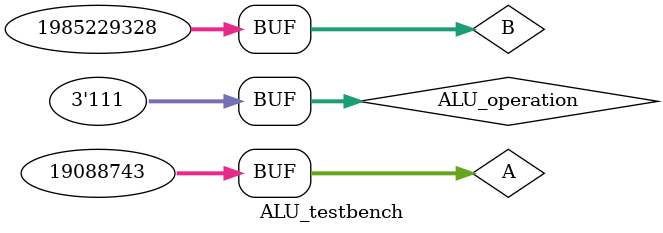
<source format=v>
`timescale 1ns / 1ps


module ALU_testbench(

    );
    reg [31:0] A;
    reg [31:0] B;
    reg [2:0] ALU_operation;
    wire [31:0] res;
    wire zero;
    
    ALU ALU_uut(
    .A(A),
    .B(B),
    .operation(ALU_operation),
    .res(res),
    .zero(zero)
    );
    initial begin
        A=32'hA5A5A5A5;
        B=32'h5A5A5A5A;
        ALU_operation = 3'b111;
        #100;
        ALU_operation = 3'b110;
        #100;
        ALU_operation = 3'b101;
        #100;
        ALU_operation = 3'b100;
        #100;
        ALU_operation = 3'b011;
        #100;
        ALU_operation = 3'b010;
        #100;
        ALU_operation = 3'b001;
        #100;
        ALU_operation = 3'b000;
        #100;
        A=32'h01234567;
        B=32'h76543210;
        ALU_operation =3'b111;
     end
endmodule

</source>
